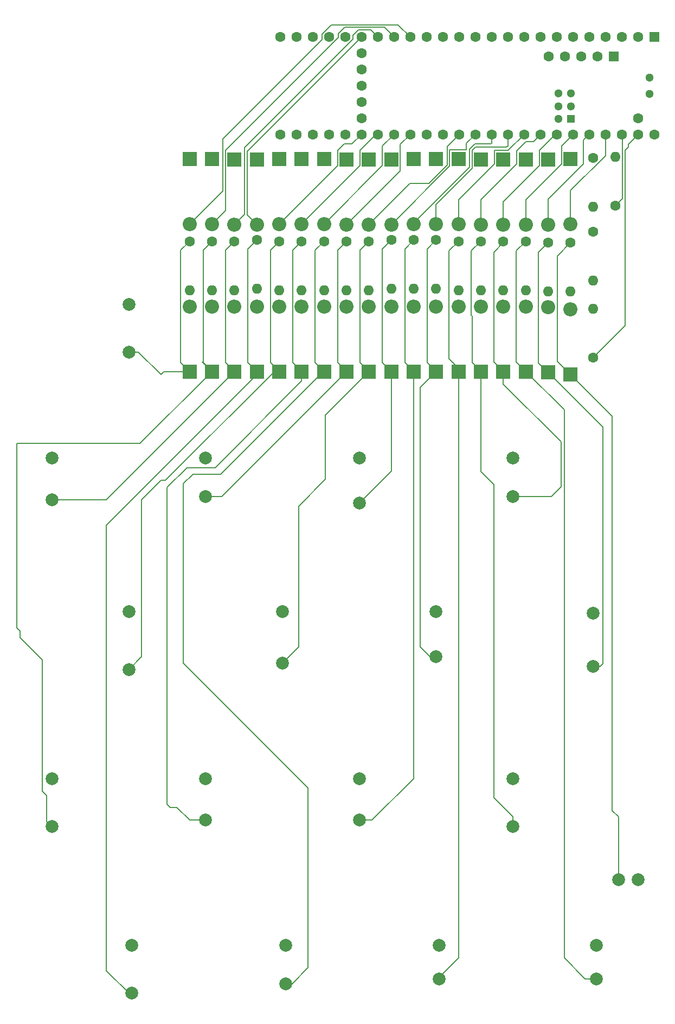
<source format=gbr>
%TF.GenerationSoftware,KiCad,Pcbnew,8.0.1*%
%TF.CreationDate,2024-04-24T21:21:33-04:00*%
%TF.ProjectId,emandoharp,656d616e-646f-4686-9172-702e6b696361,rev?*%
%TF.SameCoordinates,Original*%
%TF.FileFunction,Copper,L2,Bot*%
%TF.FilePolarity,Positive*%
%FSLAX46Y46*%
G04 Gerber Fmt 4.6, Leading zero omitted, Abs format (unit mm)*
G04 Created by KiCad (PCBNEW 8.0.1) date 2024-04-24 21:21:33*
%MOMM*%
%LPD*%
G01*
G04 APERTURE LIST*
%TA.AperFunction,ComponentPad*%
%ADD10R,2.200000X2.200000*%
%TD*%
%TA.AperFunction,ComponentPad*%
%ADD11O,2.200000X2.200000*%
%TD*%
%TA.AperFunction,ComponentPad*%
%ADD12C,1.600000*%
%TD*%
%TA.AperFunction,ComponentPad*%
%ADD13O,1.600000X1.600000*%
%TD*%
%TA.AperFunction,ComponentPad*%
%ADD14C,2.000000*%
%TD*%
%TA.AperFunction,ComponentPad*%
%ADD15R,1.600000X1.600000*%
%TD*%
%TA.AperFunction,ComponentPad*%
%ADD16R,1.300000X1.300000*%
%TD*%
%TA.AperFunction,ComponentPad*%
%ADD17C,1.300000*%
%TD*%
%TA.AperFunction,Conductor*%
%ADD18C,0.200000*%
%TD*%
G04 APERTURE END LIST*
D10*
%TO.P,D28,1,K*%
%TO.N,Net-(D27-A)*%
X117000000Y-85750000D03*
D11*
%TO.P,D28,2,A*%
%TO.N,Net-(D10-A)*%
X117000000Y-75590000D03*
%TD*%
D12*
%TO.P,R13,1*%
%TO.N,Net-(D15-A)*%
X96000000Y-65440000D03*
D13*
%TO.P,R13,2*%
%TO.N,Net-(R10-Pad2)*%
X96000000Y-73060000D03*
%TD*%
D14*
%TO.P,P20,1,1*%
%TO.N,Net-(P19-Pad1)*%
X86500000Y-175250000D03*
%TD*%
%TO.P,P3,1,1*%
%TO.N,Net-(D5-A)*%
X50000000Y-105750000D03*
%TD*%
D12*
%TO.P,R2,1*%
%TO.N,Net-(R2-Pad1)*%
X138000000Y-59870000D03*
D13*
%TO.P,R2,2*%
%TO.N,Net-(D1-K)*%
X138000000Y-52250000D03*
%TD*%
D14*
%TO.P,P27,1,1*%
%TO.N,Net-(P19-Pad1)*%
X141500000Y-165000000D03*
%TD*%
D10*
%TO.P,D7,1,K*%
%TO.N,Net-(D1-K)*%
X82000000Y-52670000D03*
D11*
%TO.P,D7,2,A*%
%TO.N,Net-(D7-A)*%
X82000000Y-62830000D03*
%TD*%
D10*
%TO.P,D23,1,K*%
%TO.N,Net-(D1-K)*%
X110000000Y-52590000D03*
D11*
%TO.P,D23,2,A*%
%TO.N,Net-(D23-A)*%
X110000000Y-62750000D03*
%TD*%
D10*
%TO.P,D20,1,K*%
%TO.N,Net-(D19-A)*%
X103000000Y-85750000D03*
D11*
%TO.P,D20,2,A*%
%TO.N,Net-(D10-A)*%
X103000000Y-75590000D03*
%TD*%
D10*
%TO.P,D15,1,K*%
%TO.N,Net-(D1-K)*%
X96000000Y-52670000D03*
D11*
%TO.P,D15,2,A*%
%TO.N,Net-(D15-A)*%
X96000000Y-62830000D03*
%TD*%
D12*
%TO.P,R19,1*%
%TO.N,Net-(D29-A)*%
X120500000Y-65500000D03*
D13*
%TO.P,R19,2*%
%TO.N,Net-(R10-Pad2)*%
X120500000Y-73120000D03*
%TD*%
D10*
%TO.P,D2,1,K*%
%TO.N,Net-(D1-A)*%
X71500000Y-85750000D03*
D11*
%TO.P,D2,2,A*%
%TO.N,Net-(D10-A)*%
X71500000Y-75590000D03*
%TD*%
D14*
%TO.P,P25,1,1*%
%TO.N,Net-(P19-Pad1)*%
X98000000Y-149250000D03*
%TD*%
D10*
%TO.P,D36,1,K*%
%TO.N,Net-(D35-A)*%
X131000000Y-86250000D03*
D11*
%TO.P,D36,2,A*%
%TO.N,Net-(D10-A)*%
X131000000Y-76090000D03*
%TD*%
D15*
%TO.P,U1,1,GND*%
%TO.N,unconnected-(U1-GND-Pad1)*%
X144040000Y-33550000D03*
D12*
%TO.P,U1,2,0_RX1_CRX2_CS1*%
%TO.N,unconnected-(U1-0_RX1_CRX2_CS1-Pad2)*%
X141500000Y-33550000D03*
%TO.P,U1,3,1_TX1_CTX2_MISO1*%
%TO.N,unconnected-(U1-1_TX1_CTX2_MISO1-Pad3)*%
X138960000Y-33550000D03*
%TO.P,U1,4,2_OUT2*%
%TO.N,unconnected-(U1-2_OUT2-Pad4)*%
X136420000Y-33550000D03*
%TO.P,U1,5,3_LRCLK2*%
%TO.N,unconnected-(U1-3_LRCLK2-Pad5)*%
X133880000Y-33550000D03*
%TO.P,U1,6,4_BCLK2*%
%TO.N,unconnected-(U1-4_BCLK2-Pad6)*%
X131340000Y-33550000D03*
%TO.P,U1,7,5_IN2*%
%TO.N,unconnected-(U1-5_IN2-Pad7)*%
X128800000Y-33550000D03*
%TO.P,U1,8,6_OUT1D*%
%TO.N,unconnected-(U1-6_OUT1D-Pad8)*%
X126260000Y-33550000D03*
%TO.P,U1,9,7_RX2_OUT1A*%
%TO.N,unconnected-(U1-7_RX2_OUT1A-Pad9)*%
X123720000Y-33550000D03*
%TO.P,U1,10,8_TX2_IN1*%
%TO.N,unconnected-(U1-8_TX2_IN1-Pad10)*%
X121180000Y-33550000D03*
%TO.P,U1,11,9_OUT1C*%
%TO.N,unconnected-(U1-9_OUT1C-Pad11)*%
X118640000Y-33550000D03*
%TO.P,U1,12,10_CS_MQSR*%
%TO.N,unconnected-(U1-10_CS_MQSR-Pad12)*%
X116100000Y-33550000D03*
%TO.P,U1,13,11_MOSI_CTX1*%
%TO.N,unconnected-(U1-11_MOSI_CTX1-Pad13)*%
X113560000Y-33550000D03*
%TO.P,U1,14,12_MISO_MQSL*%
%TO.N,unconnected-(U1-12_MISO_MQSL-Pad14)*%
X111020000Y-33550000D03*
%TO.P,U1,15,3V3*%
%TO.N,unconnected-(U1-3V3-Pad15)*%
X108480000Y-33550000D03*
%TO.P,U1,16,24_A10_TX6_SCL2*%
%TO.N,Net-(D1-A)*%
X105940000Y-33550000D03*
%TO.P,U1,17,25_A11_RX6_SDA2*%
%TO.N,Net-(D3-A)*%
X103400000Y-33550000D03*
%TO.P,U1,18,26_A12_MOSI1*%
%TO.N,Net-(D5-A)*%
X100860000Y-33550000D03*
%TO.P,U1,19,27_A13_SCK1*%
%TO.N,Net-(D7-A)*%
X98320000Y-33550000D03*
%TO.P,U1,20,28_RX7*%
%TO.N,unconnected-(U1-28_RX7-Pad20)*%
X95780000Y-33550000D03*
%TO.P,U1,21,29_TX7*%
%TO.N,unconnected-(U1-29_TX7-Pad21)*%
X93240000Y-33550000D03*
%TO.P,U1,22,30_CRX3*%
%TO.N,unconnected-(U1-30_CRX3-Pad22)*%
X90700000Y-33550000D03*
%TO.P,U1,23,31_CTX3*%
%TO.N,unconnected-(U1-31_CTX3-Pad23)*%
X88160000Y-33550000D03*
%TO.P,U1,24,32_OUT1B*%
%TO.N,unconnected-(U1-32_OUT1B-Pad24)*%
X85620000Y-33550000D03*
%TO.P,U1,25,33_MCLK2*%
%TO.N,unconnected-(U1-33_MCLK2-Pad25)*%
X85620000Y-48790000D03*
%TO.P,U1,26,34_RX8*%
%TO.N,unconnected-(U1-34_RX8-Pad26)*%
X88160000Y-48790000D03*
%TO.P,U1,27,35_TX8*%
%TO.N,unconnected-(U1-35_TX8-Pad27)*%
X90700000Y-48790000D03*
%TO.P,U1,28,36_CS*%
%TO.N,unconnected-(U1-36_CS-Pad28)*%
X93240000Y-48790000D03*
%TO.P,U1,29,37_CS*%
%TO.N,unconnected-(U1-37_CS-Pad29)*%
X95780000Y-48790000D03*
%TO.P,U1,30,38_CS1_IN1*%
%TO.N,Net-(D10-K)*%
X98320000Y-48790000D03*
%TO.P,U1,31,39_MISO1_OUT1A*%
%TO.N,Net-(D11-A)*%
X100860000Y-48790000D03*
%TO.P,U1,32,40_A16*%
%TO.N,Net-(D13-A)*%
X103400000Y-48790000D03*
%TO.P,U1,33,41_A17*%
%TO.N,Net-(D15-A)*%
X105940000Y-48790000D03*
%TO.P,U1,34,GND*%
%TO.N,unconnected-(U1-GND-Pad34)*%
X108480000Y-48790000D03*
%TO.P,U1,35,13_SCK_LED*%
%TO.N,unconnected-(U1-13_SCK_LED-Pad35)*%
X111020000Y-48790000D03*
%TO.P,U1,36,14_A0_TX3_SPDIF_OUT*%
%TO.N,Net-(D17-A)*%
X113560000Y-48790000D03*
%TO.P,U1,37,15_A1_RX3_SPDIF_IN*%
%TO.N,Net-(D19-A)*%
X116100000Y-48790000D03*
%TO.P,U1,38,16_A2_RX4_SCL1*%
%TO.N,Net-(D21-A)*%
X118640000Y-48790000D03*
%TO.P,U1,39,17_A3_TX4_SDA1*%
%TO.N,Net-(D23-A)*%
X121180000Y-48790000D03*
%TO.P,U1,40,18_A4_SDA*%
%TO.N,Net-(D25-A)*%
X123720000Y-48790000D03*
%TO.P,U1,41,19_A5_SCL*%
%TO.N,Net-(D27-A)*%
X126260000Y-48790000D03*
%TO.P,U1,42,20_A6_TX5_LRCLK1*%
%TO.N,Net-(D29-A)*%
X128800000Y-48790000D03*
%TO.P,U1,43,21_A7_RX5_BCLK1*%
%TO.N,Net-(D31-A)*%
X131340000Y-48790000D03*
%TO.P,U1,44,22_A8_CTX1*%
%TO.N,Net-(D33-A)*%
X133880000Y-48790000D03*
%TO.P,U1,45,23_A9_CRX1_MCLK1*%
%TO.N,Net-(D35-A)*%
X136420000Y-48790000D03*
%TO.P,U1,46,3V3*%
%TO.N,Net-(R2-Pad1)*%
X138960000Y-48790000D03*
%TO.P,U1,47,GND*%
%TO.N,Net-(P19-Pad1)*%
X141500000Y-48790000D03*
%TO.P,U1,48,VIN*%
%TO.N,unconnected-(U1-VIN-Pad48)*%
X144040000Y-48790000D03*
%TO.P,U1,49,VUSB*%
%TO.N,unconnected-(U1-VUSB-Pad49)*%
X141500000Y-46250000D03*
%TO.P,U1,50,VBAT*%
%TO.N,unconnected-(U1-VBAT-Pad50)*%
X98320000Y-36090000D03*
%TO.P,U1,51,3V3*%
%TO.N,unconnected-(U1-3V3-Pad51)*%
X98320000Y-38630000D03*
%TO.P,U1,52,GND*%
%TO.N,unconnected-(U1-GND-Pad52)*%
X98320000Y-41170000D03*
%TO.P,U1,53,PROGRAM*%
%TO.N,unconnected-(U1-PROGRAM-Pad53)*%
X98320000Y-43710000D03*
%TO.P,U1,54,ON_OFF*%
%TO.N,unconnected-(U1-ON_OFF-Pad54)*%
X98320000Y-46250000D03*
D15*
%TO.P,U1,55,5V*%
%TO.N,unconnected-(U1-5V-Pad55)*%
X137740800Y-36600800D03*
D12*
%TO.P,U1,56,D-*%
%TO.N,unconnected-(U1-D--Pad56)*%
X135200800Y-36600800D03*
%TO.P,U1,57,D+*%
%TO.N,unconnected-(U1-D+-Pad57)*%
X132660800Y-36600800D03*
%TO.P,U1,58,GND*%
%TO.N,unconnected-(U1-GND-Pad58)*%
X130120800Y-36600800D03*
%TO.P,U1,59,GND*%
%TO.N,unconnected-(U1-GND-Pad59)*%
X127580800Y-36600800D03*
D16*
%TO.P,U1,60,R+*%
%TO.N,unconnected-(U1-R+-Pad60)*%
X131070000Y-46351600D03*
D17*
%TO.P,U1,61,LED*%
%TO.N,unconnected-(U1-LED-Pad61)*%
X131070000Y-44351600D03*
%TO.P,U1,62,T-*%
%TO.N,unconnected-(U1-T--Pad62)*%
X131070000Y-42351600D03*
%TO.P,U1,63,T+*%
%TO.N,unconnected-(U1-T+-Pad63)*%
X129070000Y-42351600D03*
%TO.P,U1,64,GND*%
%TO.N,unconnected-(U1-GND-Pad64)*%
X129070000Y-44351600D03*
%TO.P,U1,65,R-*%
%TO.N,unconnected-(U1-R--Pad65)*%
X129070000Y-46351600D03*
%TO.P,U1,66,D-*%
%TO.N,unconnected-(U1-D--Pad66)*%
X143310000Y-42440000D03*
%TO.P,U1,67,D+*%
%TO.N,unconnected-(U1-D+-Pad67)*%
X143310000Y-39900000D03*
%TD*%
D14*
%TO.P,P23,1,1*%
%TO.N,Net-(P19-Pad1)*%
X50000000Y-149250000D03*
%TD*%
%TO.P,P17,1,1*%
%TO.N,Net-(D33-A)*%
X134500000Y-131750000D03*
%TD*%
D12*
%TO.P,R6,1*%
%TO.N,Net-(D3-A)*%
X75000000Y-65440000D03*
D13*
%TO.P,R6,2*%
%TO.N,Net-(R10-Pad2)*%
X75000000Y-73060000D03*
%TD*%
D12*
%TO.P,R10,1*%
%TO.N,Net-(D21-A)*%
X106500000Y-65250000D03*
D13*
%TO.P,R10,2*%
%TO.N,Net-(R10-Pad2)*%
X106500000Y-72870000D03*
%TD*%
D10*
%TO.P,D29,1,K*%
%TO.N,Net-(D1-K)*%
X120500000Y-52670000D03*
D11*
%TO.P,D29,2,A*%
%TO.N,Net-(D29-A)*%
X120500000Y-62830000D03*
%TD*%
D14*
%TO.P,P19,1,1*%
%TO.N,Net-(P19-Pad1)*%
X62500000Y-175250000D03*
%TD*%
%TO.P,P6,1,1*%
%TO.N,Net-(D11-A)*%
X74000000Y-155750000D03*
%TD*%
D12*
%TO.P,R14,1*%
%TO.N,Net-(D17-A)*%
X99500000Y-65440000D03*
D13*
%TO.P,R14,2*%
%TO.N,Net-(R10-Pad2)*%
X99500000Y-73060000D03*
%TD*%
D14*
%TO.P,P21,1,1*%
%TO.N,Net-(P19-Pad1)*%
X110500000Y-175250000D03*
%TD*%
%TO.P,P34,1,1*%
%TO.N,Net-(P19-Pad1)*%
X98000000Y-99250000D03*
%TD*%
%TO.P,P36,1,1*%
%TO.N,Net-(P19-Pad1)*%
X62000000Y-75250000D03*
%TD*%
D10*
%TO.P,D11,1,K*%
%TO.N,Net-(D1-K)*%
X89000000Y-52590000D03*
D11*
%TO.P,D11,2,A*%
%TO.N,Net-(D11-A)*%
X89000000Y-62750000D03*
%TD*%
D14*
%TO.P,P15,1,1*%
%TO.N,Net-(D29-A)*%
X122000000Y-105250000D03*
%TD*%
D10*
%TO.P,D8,1,K*%
%TO.N,Net-(D7-A)*%
X82000000Y-85750000D03*
D11*
%TO.P,D8,2,A*%
%TO.N,Net-(D10-A)*%
X82000000Y-75590000D03*
%TD*%
D10*
%TO.P,D12,1,K*%
%TO.N,Net-(D11-A)*%
X89000000Y-85750000D03*
D11*
%TO.P,D12,2,A*%
%TO.N,Net-(D10-A)*%
X89000000Y-75590000D03*
%TD*%
D10*
%TO.P,D9,1,K*%
%TO.N,Net-(D1-K)*%
X85500000Y-52590000D03*
D11*
%TO.P,D9,2,A*%
%TO.N,Net-(D10-K)*%
X85500000Y-62750000D03*
%TD*%
D10*
%TO.P,D27,1,K*%
%TO.N,Net-(D1-K)*%
X117000000Y-52670000D03*
D11*
%TO.P,D27,2,A*%
%TO.N,Net-(D27-A)*%
X117000000Y-62830000D03*
%TD*%
D14*
%TO.P,P12,1,1*%
%TO.N,Net-(D23-A)*%
X110000000Y-130250000D03*
%TD*%
%TO.P,P13,1,1*%
%TO.N,Net-(D25-A)*%
X110500000Y-180500000D03*
%TD*%
D10*
%TO.P,D10,1,K*%
%TO.N,Net-(D10-K)*%
X85500000Y-85750000D03*
D11*
%TO.P,D10,2,A*%
%TO.N,Net-(D10-A)*%
X85500000Y-75590000D03*
%TD*%
D10*
%TO.P,D19,1,K*%
%TO.N,Net-(D1-K)*%
X103000000Y-52670000D03*
D11*
%TO.P,D19,2,A*%
%TO.N,Net-(D19-A)*%
X103000000Y-62830000D03*
%TD*%
D14*
%TO.P,P22,1,1*%
%TO.N,Net-(P19-Pad1)*%
X135000000Y-175250000D03*
%TD*%
%TO.P,P11,1,1*%
%TO.N,Net-(D21-A)*%
X98000000Y-155750000D03*
%TD*%
D12*
%TO.P,R11,1*%
%TO.N,Net-(D11-A)*%
X89000000Y-65440000D03*
D13*
%TO.P,R11,2*%
%TO.N,Net-(R10-Pad2)*%
X89000000Y-73060000D03*
%TD*%
D10*
%TO.P,D14,1,K*%
%TO.N,Net-(D13-A)*%
X92500000Y-85750000D03*
D11*
%TO.P,D14,2,A*%
%TO.N,Net-(D10-A)*%
X92500000Y-75590000D03*
%TD*%
D10*
%TO.P,D16,1,K*%
%TO.N,Net-(D15-A)*%
X96000000Y-85750000D03*
D11*
%TO.P,D16,2,A*%
%TO.N,Net-(D10-A)*%
X96000000Y-75590000D03*
%TD*%
D12*
%TO.P,R3,1*%
%TO.N,Net-(D1-K)*%
X134500000Y-52440000D03*
D13*
%TO.P,R3,2*%
%TO.N,Net-(R10-Pad2)*%
X134500000Y-60060000D03*
%TD*%
D14*
%TO.P,P14,1,1*%
%TO.N,Net-(D27-A)*%
X122000000Y-156750000D03*
%TD*%
%TO.P,P9,1,1*%
%TO.N,Net-(D17-A)*%
X86000000Y-131250000D03*
%TD*%
D12*
%TO.P,R7,1*%
%TO.N,Net-(D5-A)*%
X78500000Y-65440000D03*
D13*
%TO.P,R7,2*%
%TO.N,Net-(R10-Pad2)*%
X78500000Y-73060000D03*
%TD*%
D12*
%TO.P,R22,1*%
%TO.N,Net-(D35-A)*%
X131000000Y-65630000D03*
D13*
%TO.P,R22,2*%
%TO.N,Net-(R10-Pad2)*%
X131000000Y-73250000D03*
%TD*%
D14*
%TO.P,P32,1,1*%
%TO.N,Net-(P19-Pad1)*%
X50000000Y-99250000D03*
%TD*%
%TO.P,P29,1,1*%
%TO.N,Net-(P19-Pad1)*%
X86000000Y-123250000D03*
%TD*%
D10*
%TO.P,D34,1,K*%
%TO.N,Net-(D33-A)*%
X127500000Y-85910000D03*
D11*
%TO.P,D34,2,A*%
%TO.N,Net-(D10-A)*%
X127500000Y-75750000D03*
%TD*%
D14*
%TO.P,P7,1,1*%
%TO.N,Net-(D13-A)*%
X86500000Y-181250000D03*
%TD*%
D10*
%TO.P,D30,1,K*%
%TO.N,Net-(D29-A)*%
X120500000Y-85750000D03*
D11*
%TO.P,D30,2,A*%
%TO.N,Net-(D10-A)*%
X120500000Y-75590000D03*
%TD*%
D10*
%TO.P,D32,1,K*%
%TO.N,Net-(D31-A)*%
X124000000Y-85750000D03*
D11*
%TO.P,D32,2,A*%
%TO.N,Net-(D10-A)*%
X124000000Y-75590000D03*
%TD*%
D12*
%TO.P,R8,1*%
%TO.N,Net-(D7-A)*%
X82000000Y-65250000D03*
D13*
%TO.P,R8,2*%
%TO.N,Net-(R10-Pad2)*%
X82000000Y-72870000D03*
%TD*%
D12*
%TO.P,R15,1*%
%TO.N,Net-(D19-A)*%
X103000000Y-65250000D03*
D13*
%TO.P,R15,2*%
%TO.N,Net-(R10-Pad2)*%
X103000000Y-72870000D03*
%TD*%
D10*
%TO.P,D21,1,K*%
%TO.N,Net-(D1-K)*%
X106500000Y-52590000D03*
D11*
%TO.P,D21,2,A*%
%TO.N,Net-(D21-A)*%
X106500000Y-62750000D03*
%TD*%
D14*
%TO.P,P33,1,1*%
%TO.N,Net-(P19-Pad1)*%
X74000000Y-99250000D03*
%TD*%
D12*
%TO.P,R4,1*%
%TO.N,Net-(R10-Pad2)*%
X134500000Y-63940000D03*
D13*
%TO.P,R4,2*%
%TO.N,Net-(D10-A)*%
X134500000Y-71560000D03*
%TD*%
D10*
%TO.P,D4,1,K*%
%TO.N,Net-(D3-A)*%
X75000000Y-85750000D03*
D11*
%TO.P,D4,2,A*%
%TO.N,Net-(D10-A)*%
X75000000Y-75590000D03*
%TD*%
D10*
%TO.P,D26,1,K*%
%TO.N,Net-(D25-A)*%
X113500000Y-85750000D03*
D11*
%TO.P,D26,2,A*%
%TO.N,Net-(D10-A)*%
X113500000Y-75590000D03*
%TD*%
D10*
%TO.P,D22,1,K*%
%TO.N,Net-(D21-A)*%
X106500000Y-85750000D03*
D11*
%TO.P,D22,2,A*%
%TO.N,Net-(D10-A)*%
X106500000Y-75590000D03*
%TD*%
D14*
%TO.P,P31,1,1*%
%TO.N,Net-(P19-Pad1)*%
X134500000Y-123500000D03*
%TD*%
D10*
%TO.P,D31,1,K*%
%TO.N,Net-(D1-K)*%
X124000000Y-52670000D03*
D11*
%TO.P,D31,2,A*%
%TO.N,Net-(D31-A)*%
X124000000Y-62830000D03*
%TD*%
D14*
%TO.P,P2,1,1*%
%TO.N,Net-(D3-A)*%
X50000000Y-156750000D03*
%TD*%
D10*
%TO.P,D24,1,K*%
%TO.N,Net-(D23-A)*%
X110000000Y-85750000D03*
D11*
%TO.P,D24,2,A*%
%TO.N,Net-(D10-A)*%
X110000000Y-75590000D03*
%TD*%
D12*
%TO.P,R9,1*%
%TO.N,Net-(D10-K)*%
X85500000Y-65440000D03*
D13*
%TO.P,R9,2*%
%TO.N,Net-(R10-Pad2)*%
X85500000Y-73060000D03*
%TD*%
D10*
%TO.P,D25,1,K*%
%TO.N,Net-(D1-K)*%
X113500000Y-52590000D03*
D11*
%TO.P,D25,2,A*%
%TO.N,Net-(D25-A)*%
X113500000Y-62750000D03*
%TD*%
D14*
%TO.P,P8,1,1*%
%TO.N,Net-(D15-A)*%
X74000000Y-105250000D03*
%TD*%
D10*
%TO.P,D33,1,K*%
%TO.N,Net-(D1-K)*%
X127500000Y-52670000D03*
D11*
%TO.P,D33,2,A*%
%TO.N,Net-(D33-A)*%
X127500000Y-62830000D03*
%TD*%
D14*
%TO.P,P5,1,1*%
%TO.N,Net-(D10-K)*%
X62000000Y-132250000D03*
%TD*%
%TO.P,P10,1,1*%
%TO.N,Net-(D19-A)*%
X98000000Y-106250000D03*
%TD*%
D10*
%TO.P,D17,1,K*%
%TO.N,Net-(D1-K)*%
X99500000Y-52670000D03*
D11*
%TO.P,D17,2,A*%
%TO.N,Net-(D17-A)*%
X99500000Y-62830000D03*
%TD*%
D14*
%TO.P,P1,1,1*%
%TO.N,Net-(D1-A)*%
X62000000Y-82750000D03*
%TD*%
D12*
%TO.P,R1,1*%
%TO.N,Net-(P19-Pad1)*%
X134500000Y-83560000D03*
D13*
%TO.P,R1,2*%
%TO.N,Net-(D10-A)*%
X134500000Y-75940000D03*
%TD*%
D10*
%TO.P,D5,1,K*%
%TO.N,Net-(D1-K)*%
X78500000Y-52670000D03*
D11*
%TO.P,D5,2,A*%
%TO.N,Net-(D5-A)*%
X78500000Y-62830000D03*
%TD*%
D12*
%TO.P,R18,1*%
%TO.N,Net-(D27-A)*%
X117000000Y-65440000D03*
D13*
%TO.P,R18,2*%
%TO.N,Net-(R10-Pad2)*%
X117000000Y-73060000D03*
%TD*%
D12*
%TO.P,R5,1*%
%TO.N,Net-(D1-A)*%
X71500000Y-65440000D03*
D13*
%TO.P,R5,2*%
%TO.N,Net-(R10-Pad2)*%
X71500000Y-73060000D03*
%TD*%
D14*
%TO.P,P30,1,1*%
%TO.N,Net-(P19-Pad1)*%
X110000000Y-123250000D03*
%TD*%
D12*
%TO.P,R20,1*%
%TO.N,Net-(D31-A)*%
X124000000Y-65440000D03*
D13*
%TO.P,R20,2*%
%TO.N,Net-(R10-Pad2)*%
X124000000Y-73060000D03*
%TD*%
D10*
%TO.P,D3,1,K*%
%TO.N,Net-(D1-K)*%
X75000000Y-52590000D03*
D11*
%TO.P,D3,2,A*%
%TO.N,Net-(D3-A)*%
X75000000Y-62750000D03*
%TD*%
D14*
%TO.P,P26,1,1*%
%TO.N,Net-(P19-Pad1)*%
X122000000Y-149250000D03*
%TD*%
D12*
%TO.P,R16,1*%
%TO.N,Net-(D23-A)*%
X110000000Y-65250000D03*
D13*
%TO.P,R16,2*%
%TO.N,Net-(R10-Pad2)*%
X110000000Y-72870000D03*
%TD*%
D10*
%TO.P,D13,1,K*%
%TO.N,Net-(D1-K)*%
X92500000Y-52590000D03*
D11*
%TO.P,D13,2,A*%
%TO.N,Net-(D13-A)*%
X92500000Y-62750000D03*
%TD*%
D10*
%TO.P,D35,1,K*%
%TO.N,Net-(D1-K)*%
X131000000Y-52590000D03*
D11*
%TO.P,D35,2,A*%
%TO.N,Net-(D35-A)*%
X131000000Y-62750000D03*
%TD*%
D10*
%TO.P,D6,1,K*%
%TO.N,Net-(D5-A)*%
X78500000Y-85750000D03*
D11*
%TO.P,D6,2,A*%
%TO.N,Net-(D10-A)*%
X78500000Y-75590000D03*
%TD*%
D12*
%TO.P,R17,1*%
%TO.N,Net-(D25-A)*%
X113500000Y-65440000D03*
D13*
%TO.P,R17,2*%
%TO.N,Net-(R10-Pad2)*%
X113500000Y-73060000D03*
%TD*%
D10*
%TO.P,D1,1,K*%
%TO.N,Net-(D1-K)*%
X71500000Y-52590000D03*
D11*
%TO.P,D1,2,A*%
%TO.N,Net-(D1-A)*%
X71500000Y-62750000D03*
%TD*%
D10*
%TO.P,D18,1,K*%
%TO.N,Net-(D17-A)*%
X99500000Y-85750000D03*
D11*
%TO.P,D18,2,A*%
%TO.N,Net-(D10-A)*%
X99500000Y-75590000D03*
%TD*%
D14*
%TO.P,P4,1,1*%
%TO.N,Net-(D7-A)*%
X62500000Y-182750000D03*
%TD*%
%TO.P,P18,1,1*%
%TO.N,Net-(D35-A)*%
X138500000Y-165000000D03*
%TD*%
%TO.P,P24,1,1*%
%TO.N,Net-(P19-Pad1)*%
X74000000Y-149250000D03*
%TD*%
D12*
%TO.P,R12,1*%
%TO.N,Net-(D13-A)*%
X92500000Y-65440000D03*
D13*
%TO.P,R12,2*%
%TO.N,Net-(R10-Pad2)*%
X92500000Y-73060000D03*
%TD*%
D14*
%TO.P,P16,1,1*%
%TO.N,Net-(D31-A)*%
X135000000Y-180500000D03*
%TD*%
D12*
%TO.P,R21,1*%
%TO.N,Net-(D33-A)*%
X127500000Y-65630000D03*
D13*
%TO.P,R21,2*%
%TO.N,Net-(R10-Pad2)*%
X127500000Y-73250000D03*
%TD*%
D14*
%TO.P,P35,1,1*%
%TO.N,Net-(P19-Pad1)*%
X122000000Y-99250000D03*
%TD*%
%TO.P,P28,1,1*%
%TO.N,Net-(P19-Pad1)*%
X62000000Y-123250000D03*
%TD*%
D18*
%TO.N,Net-(D10-K)*%
X62000000Y-132250000D02*
X64000000Y-130250000D01*
X84750000Y-85750000D02*
X85500000Y-85750000D01*
X67000000Y-102750000D02*
X67750000Y-102750000D01*
X64000000Y-130250000D02*
X64000000Y-105750000D01*
X64000000Y-105750000D02*
X67000000Y-102750000D01*
X67750000Y-102750000D02*
X84750000Y-85750000D01*
%TO.N,Net-(D3-A)*%
X48500000Y-151250000D02*
X48500000Y-130750000D01*
X63750000Y-97000000D02*
X75000000Y-85750000D01*
X49200000Y-151950000D02*
X48500000Y-151250000D01*
X49200000Y-155950000D02*
X49200000Y-151950000D01*
X48500000Y-130750000D02*
X45000000Y-127250000D01*
X50000000Y-156750000D02*
X49200000Y-155950000D01*
X45000000Y-127250000D02*
X45000000Y-126250000D01*
X45000000Y-126250000D02*
X44500000Y-125750000D01*
X44500000Y-125750000D02*
X44500000Y-97000000D01*
X44500000Y-97000000D02*
X63750000Y-97000000D01*
%TO.N,Net-(D31-A)*%
X135000000Y-180500000D02*
X133250000Y-180500000D01*
X133250000Y-180500000D02*
X130000000Y-177250000D01*
X130000000Y-177250000D02*
X130000000Y-91750000D01*
X130000000Y-91750000D02*
X124000000Y-85750000D01*
%TO.N,Net-(D35-A)*%
X131000000Y-86250000D02*
X137500000Y-92750000D01*
X137500000Y-92750000D02*
X137500000Y-154250000D01*
X137500000Y-154250000D02*
X138500000Y-155250000D01*
X138500000Y-155250000D02*
X138500000Y-165000000D01*
%TO.N,Net-(D1-A)*%
X70100000Y-84350000D02*
X70100000Y-66840000D01*
X67000000Y-86250000D02*
X67500000Y-85750000D01*
X62000000Y-82750000D02*
X63500000Y-82750000D01*
X76700000Y-57550000D02*
X71500000Y-62750000D01*
X76700000Y-57550000D02*
X76700000Y-49445635D01*
X70100000Y-66840000D02*
X71500000Y-65440000D01*
X63500000Y-82750000D02*
X67000000Y-86250000D01*
X76700000Y-49445635D02*
X92140000Y-34005635D01*
X92140000Y-33094365D02*
X93584365Y-31650000D01*
X93584365Y-31650000D02*
X104040000Y-31650000D01*
X92140000Y-34005635D02*
X92140000Y-33094365D01*
X67500000Y-85750000D02*
X71500000Y-85750000D01*
X104040000Y-31650000D02*
X105940000Y-33550000D01*
X71500000Y-85750000D02*
X70100000Y-84350000D01*
%TO.N,Net-(R2-Pad1)*%
X139100000Y-48930000D02*
X138960000Y-48790000D01*
X138000000Y-59870000D02*
X139100000Y-58770000D01*
X139100000Y-58770000D02*
X139100000Y-48930000D01*
%TO.N,Net-(D21-A)*%
X106500000Y-85750000D02*
X106500000Y-149250000D01*
X115200000Y-51104314D02*
X116054314Y-50250000D01*
X116054314Y-50250000D02*
X118500000Y-50250000D01*
X106500000Y-85750000D02*
X105100000Y-84350000D01*
X106500000Y-149250000D02*
X100000000Y-155750000D01*
X115200000Y-53904314D02*
X115200000Y-51104314D01*
X106500000Y-62604314D02*
X115200000Y-53904314D01*
X118640000Y-50110000D02*
X118640000Y-48790000D01*
X106500000Y-62750000D02*
X106500000Y-62604314D01*
X118500000Y-50250000D02*
X118640000Y-50110000D01*
X105100000Y-84350000D02*
X105100000Y-66650000D01*
X100000000Y-155750000D02*
X98000000Y-155750000D01*
X105100000Y-66650000D02*
X106500000Y-65250000D01*
%TO.N,Net-(D25-A)*%
X112000000Y-83750000D02*
X112000000Y-66940000D01*
X112000000Y-66940000D02*
X113500000Y-65440000D01*
X119100000Y-53370000D02*
X119100000Y-51270000D01*
X113500000Y-85750000D02*
X113500000Y-177250000D01*
X113500000Y-58970000D02*
X119100000Y-53370000D01*
X121240000Y-51270000D02*
X123720000Y-48790000D01*
X113500000Y-85250000D02*
X112000000Y-83750000D01*
X113500000Y-85750000D02*
X113500000Y-85250000D01*
X113500000Y-177250000D02*
X110000000Y-180750000D01*
X113500000Y-62750000D02*
X113500000Y-58970000D01*
X119100000Y-51270000D02*
X121240000Y-51270000D01*
%TO.N,Net-(D27-A)*%
X122000000Y-155250000D02*
X122000000Y-156750000D01*
X117000000Y-58970000D02*
X122600000Y-53370000D01*
X117000000Y-85750000D02*
X115600000Y-84350000D01*
X119000000Y-152250000D02*
X122000000Y-155250000D01*
X115600000Y-84350000D02*
X115600000Y-77100000D01*
X119000000Y-103381371D02*
X119000000Y-152250000D01*
X122600000Y-51290000D02*
X124000000Y-49890000D01*
X124000000Y-49890000D02*
X125160000Y-49890000D01*
X115600000Y-77100000D02*
X115500000Y-77000000D01*
X125160000Y-49890000D02*
X126260000Y-48790000D01*
X117000000Y-62830000D02*
X117000000Y-58970000D01*
X117000000Y-101381371D02*
X119000000Y-103381371D01*
X117000000Y-85750000D02*
X117000000Y-101381371D01*
X115500000Y-66940000D02*
X117000000Y-65440000D01*
X115500000Y-77000000D02*
X115500000Y-66940000D01*
X122600000Y-53370000D02*
X122600000Y-51290000D01*
%TO.N,Net-(D29-A)*%
X128580000Y-48790000D02*
X128800000Y-48790000D01*
X120500000Y-85750000D02*
X119000000Y-84250000D01*
X128000000Y-105250000D02*
X122000000Y-105250000D01*
X129500000Y-103750000D02*
X128000000Y-105250000D01*
X126100000Y-53650000D02*
X126100000Y-51270000D01*
X120500000Y-59250000D02*
X126100000Y-53650000D01*
X119000000Y-84250000D02*
X119000000Y-67130000D01*
X129500000Y-96750000D02*
X129500000Y-103750000D01*
X119000000Y-67130000D02*
X120500000Y-65630000D01*
X120500000Y-85750000D02*
X120500000Y-87750000D01*
X126100000Y-51270000D02*
X128580000Y-48790000D01*
X120500000Y-87750000D02*
X129500000Y-96750000D01*
X120500000Y-62830000D02*
X120500000Y-59250000D01*
%TO.N,Net-(D31-A)*%
X124000000Y-85750000D02*
X122500000Y-84250000D01*
X124000000Y-58970000D02*
X129600000Y-53370000D01*
X129600000Y-50530000D02*
X131340000Y-48790000D01*
X129600000Y-53370000D02*
X129600000Y-50530000D01*
X122500000Y-66940000D02*
X124000000Y-65440000D01*
X122500000Y-84250000D02*
X122500000Y-66940000D01*
X124000000Y-62830000D02*
X124000000Y-58970000D01*
%TO.N,Net-(D33-A)*%
X126000000Y-67130000D02*
X127500000Y-65630000D01*
X127500000Y-58890000D02*
X133000000Y-53390000D01*
X133000000Y-53390000D02*
X133000000Y-49670000D01*
X136050000Y-131300000D02*
X136050000Y-94460000D01*
X127500000Y-85910000D02*
X126000000Y-84410000D01*
X127500000Y-62830000D02*
X127500000Y-58890000D01*
X133000000Y-49670000D02*
X133880000Y-48790000D01*
X135600000Y-131750000D02*
X136050000Y-131300000D01*
X126000000Y-84410000D02*
X126000000Y-67130000D01*
X134500000Y-131750000D02*
X135600000Y-131750000D01*
X136050000Y-94460000D02*
X127500000Y-85910000D01*
%TO.N,Net-(D35-A)*%
X131000000Y-57495635D02*
X136420000Y-52075635D01*
X128900000Y-84150000D02*
X128900000Y-67730000D01*
X128900000Y-67730000D02*
X131000000Y-65630000D01*
X136420000Y-52075635D02*
X136420000Y-48790000D01*
X131000000Y-62750000D02*
X131000000Y-57495635D01*
X131000000Y-86250000D02*
X128900000Y-84150000D01*
%TO.N,Net-(D3-A)*%
X75000000Y-85750000D02*
X73600000Y-84350000D01*
X94680000Y-33070000D02*
X95700000Y-32050000D01*
X73600000Y-84350000D02*
X73600000Y-66840000D01*
X75000000Y-62750000D02*
X77100000Y-60650000D01*
X94680000Y-33665635D02*
X94680000Y-33070000D01*
X77100000Y-51245635D02*
X94680000Y-33665635D01*
X77100000Y-60650000D02*
X77100000Y-51245635D01*
X101900000Y-32050000D02*
X103400000Y-33550000D01*
X75000000Y-85750000D02*
X73500000Y-84250000D01*
X95700000Y-32050000D02*
X101900000Y-32050000D01*
X73600000Y-66840000D02*
X75000000Y-65440000D01*
%TO.N,Net-(D5-A)*%
X78500000Y-85750000D02*
X58500000Y-105750000D01*
X80100000Y-50785635D02*
X97000000Y-33885635D01*
X77100000Y-84350000D02*
X77100000Y-66840000D01*
X78500000Y-62830000D02*
X80100000Y-61230000D01*
X99760000Y-32450000D02*
X100860000Y-33550000D01*
X97000000Y-33314365D02*
X97864365Y-32450000D01*
X78500000Y-85750000D02*
X77100000Y-84350000D01*
X97864365Y-32450000D02*
X99760000Y-32450000D01*
X77100000Y-66840000D02*
X78500000Y-65440000D01*
X58500000Y-105750000D02*
X50000000Y-105750000D01*
X80100000Y-61230000D02*
X80100000Y-50785635D01*
X97000000Y-33885635D02*
X97000000Y-33314365D01*
%TO.N,Net-(D7-A)*%
X62000000Y-182750000D02*
X58500000Y-179250000D01*
X80500000Y-51370000D02*
X98320000Y-33550000D01*
X82000000Y-85750000D02*
X80600000Y-84350000D01*
X58500000Y-109750000D02*
X82000000Y-86250000D01*
X82000000Y-62830000D02*
X80500000Y-61330000D01*
X80500000Y-61330000D02*
X80500000Y-51370000D01*
X80600000Y-84350000D02*
X80600000Y-66650000D01*
X80600000Y-66650000D02*
X82000000Y-65250000D01*
X58500000Y-179250000D02*
X58500000Y-109750000D01*
X82000000Y-86250000D02*
X82000000Y-85750000D01*
%TO.N,Net-(D10-K)*%
X85500000Y-85750000D02*
X84100000Y-84350000D01*
X94600000Y-53650000D02*
X94600000Y-51270000D01*
X84100000Y-66840000D02*
X85500000Y-65440000D01*
X85500000Y-62750000D02*
X94600000Y-53650000D01*
X95620000Y-50250000D02*
X96860000Y-50250000D01*
X84100000Y-84350000D02*
X84100000Y-66840000D01*
X94600000Y-51270000D02*
X95620000Y-50250000D01*
X96860000Y-50250000D02*
X98320000Y-48790000D01*
%TO.N,Net-(D11-A)*%
X100580000Y-48790000D02*
X100860000Y-48790000D01*
X69500000Y-153750000D02*
X71500000Y-155750000D01*
X89000000Y-87250000D02*
X75500000Y-100750000D01*
X75500000Y-100750000D02*
X71065686Y-100750000D01*
X87600000Y-66840000D02*
X89000000Y-65440000D01*
X71500000Y-155750000D02*
X74000000Y-155750000D01*
X68000000Y-153250000D02*
X68500000Y-153750000D01*
X89000000Y-62750000D02*
X98100000Y-53650000D01*
X68000000Y-103815686D02*
X68000000Y-153250000D01*
X89000000Y-85750000D02*
X89000000Y-87250000D01*
X68500000Y-153750000D02*
X69500000Y-153750000D01*
X89000000Y-85750000D02*
X87600000Y-84350000D01*
X98100000Y-53650000D02*
X98100000Y-51270000D01*
X87600000Y-84350000D02*
X87600000Y-66840000D01*
X71065686Y-100750000D02*
X68000000Y-103815686D01*
X98100000Y-51270000D02*
X100580000Y-48790000D01*
%TO.N,Net-(D13-A)*%
X70500000Y-103250000D02*
X70500000Y-131250000D01*
X90000000Y-150750000D02*
X90000000Y-178750000D01*
X101600000Y-50590000D02*
X103400000Y-48790000D01*
X72000000Y-101750000D02*
X70500000Y-103250000D01*
X70500000Y-131250000D02*
X90000000Y-150750000D01*
X76368629Y-101750000D02*
X72000000Y-101750000D01*
X92500000Y-62750000D02*
X101600000Y-53650000D01*
X91100000Y-66840000D02*
X92500000Y-65440000D01*
X92500000Y-85750000D02*
X91100000Y-84350000D01*
X92500000Y-85750000D02*
X92368629Y-85750000D01*
X87500000Y-181250000D02*
X86000000Y-181250000D01*
X92368629Y-85750000D02*
X76368629Y-101750000D01*
X91100000Y-84350000D02*
X91100000Y-66840000D01*
X90000000Y-178750000D02*
X87500000Y-181250000D01*
X101600000Y-53650000D02*
X101600000Y-50590000D01*
%TO.N,Net-(D15-A)*%
X104400000Y-54430000D02*
X104400000Y-50330000D01*
X96000000Y-85750000D02*
X94600000Y-84350000D01*
X94600000Y-66840000D02*
X96000000Y-65440000D01*
X96000000Y-85750000D02*
X76500000Y-105250000D01*
X76500000Y-105250000D02*
X74000000Y-105250000D01*
X104400000Y-50330000D02*
X105940000Y-48790000D01*
X94600000Y-84350000D02*
X94600000Y-66840000D01*
X96000000Y-62830000D02*
X104400000Y-54430000D01*
%TO.N,Net-(D17-A)*%
X99500000Y-62830000D02*
X105920101Y-56409899D01*
X92700000Y-102550000D02*
X88500000Y-106750000D01*
X88500000Y-128750000D02*
X86000000Y-131250000D01*
X98100000Y-66840000D02*
X99500000Y-65440000D01*
X105920101Y-56409899D02*
X108854415Y-56409899D01*
X88500000Y-106750000D02*
X88500000Y-128750000D01*
X98100000Y-84350000D02*
X98100000Y-66840000D01*
X111700000Y-50650000D02*
X113560000Y-48790000D01*
X92700000Y-92550000D02*
X92700000Y-102550000D01*
X111700000Y-53564314D02*
X111700000Y-50650000D01*
X99500000Y-85750000D02*
X92700000Y-92550000D01*
X108854415Y-56409899D02*
X111700000Y-53564314D01*
X99500000Y-85750000D02*
X98100000Y-84350000D01*
%TO.N,Net-(D19-A)*%
X101600000Y-66650000D02*
X103000000Y-65250000D01*
X112100000Y-53730000D02*
X112100000Y-51190000D01*
X103000000Y-62830000D02*
X112100000Y-53730000D01*
X114740000Y-51190000D02*
X114740000Y-50150000D01*
X103000000Y-85750000D02*
X103000000Y-101250000D01*
X114740000Y-50150000D02*
X116100000Y-48790000D01*
X103000000Y-101250000D02*
X98000000Y-106250000D01*
X101600000Y-84350000D02*
X101600000Y-66650000D01*
X112100000Y-51190000D02*
X114740000Y-51190000D01*
X103000000Y-85750000D02*
X101600000Y-84350000D01*
%TO.N,Net-(D23-A)*%
X110000000Y-62750000D02*
X110000000Y-59670000D01*
X107500000Y-128750000D02*
X109000000Y-130250000D01*
X115600000Y-54070000D02*
X115600000Y-51270000D01*
X107500000Y-88250000D02*
X107500000Y-128750000D01*
X110000000Y-85750000D02*
X107500000Y-88250000D01*
X109000000Y-130250000D02*
X110000000Y-130250000D01*
X108600000Y-84350000D02*
X108600000Y-66650000D01*
X116120000Y-50750000D02*
X121000000Y-50750000D01*
X121000000Y-50750000D02*
X121180000Y-50570000D01*
X110000000Y-85750000D02*
X108600000Y-84350000D01*
X121180000Y-50570000D02*
X121180000Y-48790000D01*
X108600000Y-66650000D02*
X110000000Y-65250000D01*
X110000000Y-59670000D02*
X115600000Y-54070000D01*
X115600000Y-51270000D02*
X116120000Y-50750000D01*
%TO.N,Net-(P19-Pad1)*%
X134500000Y-83560000D02*
X139500000Y-78560000D01*
X140000000Y-50290000D02*
X141500000Y-48790000D01*
X139500000Y-78560000D02*
X139500000Y-51250000D01*
X140000000Y-50750000D02*
X140000000Y-50290000D01*
X139500000Y-51250000D02*
X140000000Y-50750000D01*
%TD*%
M02*

</source>
